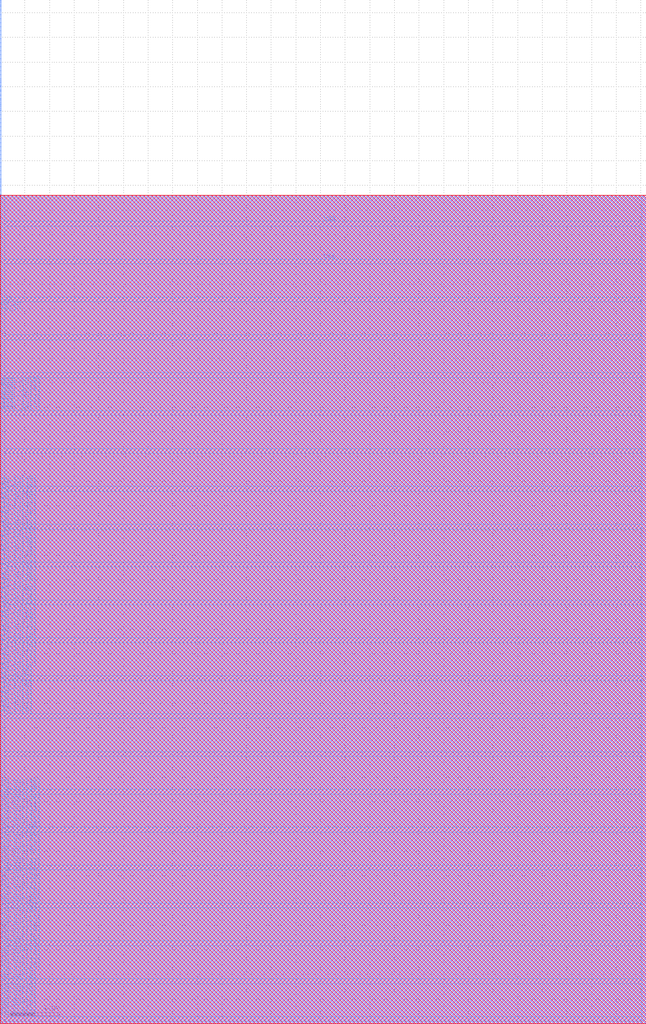
<source format=lef>
VERSION 5.7 ;
BUSBITCHARS "[]" ;
MACRO fakeram7_128x50
  FOREIGN fakeram7_128x50 0 0 ;
  SYMMETRY X Y R90 ;
  SIZE 13.110 BY 16.800 ;
  CLASS BLOCK ;
  PIN rd_out[0]
    DIRECTION OUTPUT ;
    USE SIGNAL ;
    SHAPE ABUTMENT ;
    PORT
      LAYER M4 ;
      RECT 0.000 0.096 0.024 0.120 ;
    END
  END rd_out[0]
  PIN rd_out[1]
    DIRECTION OUTPUT ;
    USE SIGNAL ;
    SHAPE ABUTMENT ;
    PORT
      LAYER M4 ;
      RECT 0.000 0.192 0.024 0.216 ;
    END
  END rd_out[1]
  PIN rd_out[2]
    DIRECTION OUTPUT ;
    USE SIGNAL ;
    SHAPE ABUTMENT ;
    PORT
      LAYER M4 ;
      RECT 0.000 0.288 0.024 0.312 ;
    END
  END rd_out[2]
  PIN rd_out[3]
    DIRECTION OUTPUT ;
    USE SIGNAL ;
    SHAPE ABUTMENT ;
    PORT
      LAYER M4 ;
      RECT 0.000 0.384 0.024 0.408 ;
    END
  END rd_out[3]
  PIN rd_out[4]
    DIRECTION OUTPUT ;
    USE SIGNAL ;
    SHAPE ABUTMENT ;
    PORT
      LAYER M4 ;
      RECT 0.000 0.480 0.024 0.504 ;
    END
  END rd_out[4]
  PIN rd_out[5]
    DIRECTION OUTPUT ;
    USE SIGNAL ;
    SHAPE ABUTMENT ;
    PORT
      LAYER M4 ;
      RECT 0.000 0.576 0.024 0.600 ;
    END
  END rd_out[5]
  PIN rd_out[6]
    DIRECTION OUTPUT ;
    USE SIGNAL ;
    SHAPE ABUTMENT ;
    PORT
      LAYER M4 ;
      RECT 0.000 0.672 0.024 0.696 ;
    END
  END rd_out[6]
  PIN rd_out[7]
    DIRECTION OUTPUT ;
    USE SIGNAL ;
    SHAPE ABUTMENT ;
    PORT
      LAYER M4 ;
      RECT 0.000 0.768 0.024 0.792 ;
    END
  END rd_out[7]
  PIN rd_out[8]
    DIRECTION OUTPUT ;
    USE SIGNAL ;
    SHAPE ABUTMENT ;
    PORT
      LAYER M4 ;
      RECT 0.000 0.864 0.024 0.888 ;
    END
  END rd_out[8]
  PIN rd_out[9]
    DIRECTION OUTPUT ;
    USE SIGNAL ;
    SHAPE ABUTMENT ;
    PORT
      LAYER M4 ;
      RECT 0.000 0.960 0.024 0.984 ;
    END
  END rd_out[9]
  PIN rd_out[10]
    DIRECTION OUTPUT ;
    USE SIGNAL ;
    SHAPE ABUTMENT ;
    PORT
      LAYER M4 ;
      RECT 0.000 1.056 0.024 1.080 ;
    END
  END rd_out[10]
  PIN rd_out[11]
    DIRECTION OUTPUT ;
    USE SIGNAL ;
    SHAPE ABUTMENT ;
    PORT
      LAYER M4 ;
      RECT 0.000 1.152 0.024 1.176 ;
    END
  END rd_out[11]
  PIN rd_out[12]
    DIRECTION OUTPUT ;
    USE SIGNAL ;
    SHAPE ABUTMENT ;
    PORT
      LAYER M4 ;
      RECT 0.000 1.248 0.024 1.272 ;
    END
  END rd_out[12]
  PIN rd_out[13]
    DIRECTION OUTPUT ;
    USE SIGNAL ;
    SHAPE ABUTMENT ;
    PORT
      LAYER M4 ;
      RECT 0.000 1.344 0.024 1.368 ;
    END
  END rd_out[13]
  PIN rd_out[14]
    DIRECTION OUTPUT ;
    USE SIGNAL ;
    SHAPE ABUTMENT ;
    PORT
      LAYER M4 ;
      RECT 0.000 1.440 0.024 1.464 ;
    END
  END rd_out[14]
  PIN rd_out[15]
    DIRECTION OUTPUT ;
    USE SIGNAL ;
    SHAPE ABUTMENT ;
    PORT
      LAYER M4 ;
      RECT 0.000 1.536 0.024 1.560 ;
    END
  END rd_out[15]
  PIN rd_out[16]
    DIRECTION OUTPUT ;
    USE SIGNAL ;
    SHAPE ABUTMENT ;
    PORT
      LAYER M4 ;
      RECT 0.000 1.632 0.024 1.656 ;
    END
  END rd_out[16]
  PIN rd_out[17]
    DIRECTION OUTPUT ;
    USE SIGNAL ;
    SHAPE ABUTMENT ;
    PORT
      LAYER M4 ;
      RECT 0.000 1.728 0.024 1.752 ;
    END
  END rd_out[17]
  PIN rd_out[18]
    DIRECTION OUTPUT ;
    USE SIGNAL ;
    SHAPE ABUTMENT ;
    PORT
      LAYER M4 ;
      RECT 0.000 1.824 0.024 1.848 ;
    END
  END rd_out[18]
  PIN rd_out[19]
    DIRECTION OUTPUT ;
    USE SIGNAL ;
    SHAPE ABUTMENT ;
    PORT
      LAYER M4 ;
      RECT 0.000 1.920 0.024 1.944 ;
    END
  END rd_out[19]
  PIN rd_out[20]
    DIRECTION OUTPUT ;
    USE SIGNAL ;
    SHAPE ABUTMENT ;
    PORT
      LAYER M4 ;
      RECT 0.000 2.016 0.024 2.040 ;
    END
  END rd_out[20]
  PIN rd_out[21]
    DIRECTION OUTPUT ;
    USE SIGNAL ;
    SHAPE ABUTMENT ;
    PORT
      LAYER M4 ;
      RECT 0.000 2.112 0.024 2.136 ;
    END
  END rd_out[21]
  PIN rd_out[22]
    DIRECTION OUTPUT ;
    USE SIGNAL ;
    SHAPE ABUTMENT ;
    PORT
      LAYER M4 ;
      RECT 0.000 2.208 0.024 2.232 ;
    END
  END rd_out[22]
  PIN rd_out[23]
    DIRECTION OUTPUT ;
    USE SIGNAL ;
    SHAPE ABUTMENT ;
    PORT
      LAYER M4 ;
      RECT 0.000 2.304 0.024 2.328 ;
    END
  END rd_out[23]
  PIN rd_out[24]
    DIRECTION OUTPUT ;
    USE SIGNAL ;
    SHAPE ABUTMENT ;
    PORT
      LAYER M4 ;
      RECT 0.000 2.400 0.024 2.424 ;
    END
  END rd_out[24]
  PIN rd_out[25]
    DIRECTION OUTPUT ;
    USE SIGNAL ;
    SHAPE ABUTMENT ;
    PORT
      LAYER M4 ;
      RECT 0.000 2.496 0.024 2.520 ;
    END
  END rd_out[25]
  PIN rd_out[26]
    DIRECTION OUTPUT ;
    USE SIGNAL ;
    SHAPE ABUTMENT ;
    PORT
      LAYER M4 ;
      RECT 0.000 2.592 0.024 2.616 ;
    END
  END rd_out[26]
  PIN rd_out[27]
    DIRECTION OUTPUT ;
    USE SIGNAL ;
    SHAPE ABUTMENT ;
    PORT
      LAYER M4 ;
      RECT 0.000 2.688 0.024 2.712 ;
    END
  END rd_out[27]
  PIN rd_out[28]
    DIRECTION OUTPUT ;
    USE SIGNAL ;
    SHAPE ABUTMENT ;
    PORT
      LAYER M4 ;
      RECT 0.000 2.784 0.024 2.808 ;
    END
  END rd_out[28]
  PIN rd_out[29]
    DIRECTION OUTPUT ;
    USE SIGNAL ;
    SHAPE ABUTMENT ;
    PORT
      LAYER M4 ;
      RECT 0.000 2.880 0.024 2.904 ;
    END
  END rd_out[29]
  PIN rd_out[30]
    DIRECTION OUTPUT ;
    USE SIGNAL ;
    SHAPE ABUTMENT ;
    PORT
      LAYER M4 ;
      RECT 0.000 2.976 0.024 3.000 ;
    END
  END rd_out[30]
  PIN rd_out[31]
    DIRECTION OUTPUT ;
    USE SIGNAL ;
    SHAPE ABUTMENT ;
    PORT
      LAYER M4 ;
      RECT 0.000 3.072 0.024 3.096 ;
    END
  END rd_out[31]
  PIN rd_out[32]
    DIRECTION OUTPUT ;
    USE SIGNAL ;
    SHAPE ABUTMENT ;
    PORT
      LAYER M4 ;
      RECT 0.000 3.168 0.024 3.192 ;
    END
  END rd_out[32]
  PIN rd_out[33]
    DIRECTION OUTPUT ;
    USE SIGNAL ;
    SHAPE ABUTMENT ;
    PORT
      LAYER M4 ;
      RECT 0.000 3.264 0.024 3.288 ;
    END
  END rd_out[33]
  PIN rd_out[34]
    DIRECTION OUTPUT ;
    USE SIGNAL ;
    SHAPE ABUTMENT ;
    PORT
      LAYER M4 ;
      RECT 0.000 3.360 0.024 3.384 ;
    END
  END rd_out[34]
  PIN rd_out[35]
    DIRECTION OUTPUT ;
    USE SIGNAL ;
    SHAPE ABUTMENT ;
    PORT
      LAYER M4 ;
      RECT 0.000 3.456 0.024 3.480 ;
    END
  END rd_out[35]
  PIN rd_out[36]
    DIRECTION OUTPUT ;
    USE SIGNAL ;
    SHAPE ABUTMENT ;
    PORT
      LAYER M4 ;
      RECT 0.000 3.552 0.024 3.576 ;
    END
  END rd_out[36]
  PIN rd_out[37]
    DIRECTION OUTPUT ;
    USE SIGNAL ;
    SHAPE ABUTMENT ;
    PORT
      LAYER M4 ;
      RECT 0.000 3.648 0.024 3.672 ;
    END
  END rd_out[37]
  PIN rd_out[38]
    DIRECTION OUTPUT ;
    USE SIGNAL ;
    SHAPE ABUTMENT ;
    PORT
      LAYER M4 ;
      RECT 0.000 3.744 0.024 3.768 ;
    END
  END rd_out[38]
  PIN rd_out[39]
    DIRECTION OUTPUT ;
    USE SIGNAL ;
    SHAPE ABUTMENT ;
    PORT
      LAYER M4 ;
      RECT 0.000 3.840 0.024 3.864 ;
    END
  END rd_out[39]
  PIN rd_out[40]
    DIRECTION OUTPUT ;
    USE SIGNAL ;
    SHAPE ABUTMENT ;
    PORT
      LAYER M4 ;
      RECT 0.000 3.936 0.024 3.960 ;
    END
  END rd_out[40]
  PIN rd_out[41]
    DIRECTION OUTPUT ;
    USE SIGNAL ;
    SHAPE ABUTMENT ;
    PORT
      LAYER M4 ;
      RECT 0.000 4.032 0.024 4.056 ;
    END
  END rd_out[41]
  PIN rd_out[42]
    DIRECTION OUTPUT ;
    USE SIGNAL ;
    SHAPE ABUTMENT ;
    PORT
      LAYER M4 ;
      RECT 0.000 4.128 0.024 4.152 ;
    END
  END rd_out[42]
  PIN rd_out[43]
    DIRECTION OUTPUT ;
    USE SIGNAL ;
    SHAPE ABUTMENT ;
    PORT
      LAYER M4 ;
      RECT 0.000 4.224 0.024 4.248 ;
    END
  END rd_out[43]
  PIN rd_out[44]
    DIRECTION OUTPUT ;
    USE SIGNAL ;
    SHAPE ABUTMENT ;
    PORT
      LAYER M4 ;
      RECT 0.000 4.320 0.024 4.344 ;
    END
  END rd_out[44]
  PIN rd_out[45]
    DIRECTION OUTPUT ;
    USE SIGNAL ;
    SHAPE ABUTMENT ;
    PORT
      LAYER M4 ;
      RECT 0.000 4.416 0.024 4.440 ;
    END
  END rd_out[45]
  PIN rd_out[46]
    DIRECTION OUTPUT ;
    USE SIGNAL ;
    SHAPE ABUTMENT ;
    PORT
      LAYER M4 ;
      RECT 0.000 4.512 0.024 4.536 ;
    END
  END rd_out[46]
  PIN rd_out[47]
    DIRECTION OUTPUT ;
    USE SIGNAL ;
    SHAPE ABUTMENT ;
    PORT
      LAYER M4 ;
      RECT 0.000 4.608 0.024 4.632 ;
    END
  END rd_out[47]
  PIN rd_out[48]
    DIRECTION OUTPUT ;
    USE SIGNAL ;
    SHAPE ABUTMENT ;
    PORT
      LAYER M4 ;
      RECT 0.000 4.704 0.024 4.728 ;
    END
  END rd_out[48]
  PIN rd_out[49]
    DIRECTION OUTPUT ;
    USE SIGNAL ;
    SHAPE ABUTMENT ;
    PORT
      LAYER M4 ;
      RECT 0.000 4.800 0.024 4.824 ;
    END
  END rd_out[49]
  PIN wd_in[0]
    DIRECTION INPUT ;
    USE SIGNAL ;
    SHAPE ABUTMENT ;
    PORT
      LAYER M4 ;
      RECT 0.000 6.240 0.024 6.264 ;
    END
  END wd_in[0]
  PIN wd_in[1]
    DIRECTION INPUT ;
    USE SIGNAL ;
    SHAPE ABUTMENT ;
    PORT
      LAYER M4 ;
      RECT 0.000 6.336 0.024 6.360 ;
    END
  END wd_in[1]
  PIN wd_in[2]
    DIRECTION INPUT ;
    USE SIGNAL ;
    SHAPE ABUTMENT ;
    PORT
      LAYER M4 ;
      RECT 0.000 6.432 0.024 6.456 ;
    END
  END wd_in[2]
  PIN wd_in[3]
    DIRECTION INPUT ;
    USE SIGNAL ;
    SHAPE ABUTMENT ;
    PORT
      LAYER M4 ;
      RECT 0.000 6.528 0.024 6.552 ;
    END
  END wd_in[3]
  PIN wd_in[4]
    DIRECTION INPUT ;
    USE SIGNAL ;
    SHAPE ABUTMENT ;
    PORT
      LAYER M4 ;
      RECT 0.000 6.624 0.024 6.648 ;
    END
  END wd_in[4]
  PIN wd_in[5]
    DIRECTION INPUT ;
    USE SIGNAL ;
    SHAPE ABUTMENT ;
    PORT
      LAYER M4 ;
      RECT 0.000 6.720 0.024 6.744 ;
    END
  END wd_in[5]
  PIN wd_in[6]
    DIRECTION INPUT ;
    USE SIGNAL ;
    SHAPE ABUTMENT ;
    PORT
      LAYER M4 ;
      RECT 0.000 6.816 0.024 6.840 ;
    END
  END wd_in[6]
  PIN wd_in[7]
    DIRECTION INPUT ;
    USE SIGNAL ;
    SHAPE ABUTMENT ;
    PORT
      LAYER M4 ;
      RECT 0.000 6.912 0.024 6.936 ;
    END
  END wd_in[7]
  PIN wd_in[8]
    DIRECTION INPUT ;
    USE SIGNAL ;
    SHAPE ABUTMENT ;
    PORT
      LAYER M4 ;
      RECT 0.000 7.008 0.024 7.032 ;
    END
  END wd_in[8]
  PIN wd_in[9]
    DIRECTION INPUT ;
    USE SIGNAL ;
    SHAPE ABUTMENT ;
    PORT
      LAYER M4 ;
      RECT 0.000 7.104 0.024 7.128 ;
    END
  END wd_in[9]
  PIN wd_in[10]
    DIRECTION INPUT ;
    USE SIGNAL ;
    SHAPE ABUTMENT ;
    PORT
      LAYER M4 ;
      RECT 0.000 7.200 0.024 7.224 ;
    END
  END wd_in[10]
  PIN wd_in[11]
    DIRECTION INPUT ;
    USE SIGNAL ;
    SHAPE ABUTMENT ;
    PORT
      LAYER M4 ;
      RECT 0.000 7.296 0.024 7.320 ;
    END
  END wd_in[11]
  PIN wd_in[12]
    DIRECTION INPUT ;
    USE SIGNAL ;
    SHAPE ABUTMENT ;
    PORT
      LAYER M4 ;
      RECT 0.000 7.392 0.024 7.416 ;
    END
  END wd_in[12]
  PIN wd_in[13]
    DIRECTION INPUT ;
    USE SIGNAL ;
    SHAPE ABUTMENT ;
    PORT
      LAYER M4 ;
      RECT 0.000 7.488 0.024 7.512 ;
    END
  END wd_in[13]
  PIN wd_in[14]
    DIRECTION INPUT ;
    USE SIGNAL ;
    SHAPE ABUTMENT ;
    PORT
      LAYER M4 ;
      RECT 0.000 7.584 0.024 7.608 ;
    END
  END wd_in[14]
  PIN wd_in[15]
    DIRECTION INPUT ;
    USE SIGNAL ;
    SHAPE ABUTMENT ;
    PORT
      LAYER M4 ;
      RECT 0.000 7.680 0.024 7.704 ;
    END
  END wd_in[15]
  PIN wd_in[16]
    DIRECTION INPUT ;
    USE SIGNAL ;
    SHAPE ABUTMENT ;
    PORT
      LAYER M4 ;
      RECT 0.000 7.776 0.024 7.800 ;
    END
  END wd_in[16]
  PIN wd_in[17]
    DIRECTION INPUT ;
    USE SIGNAL ;
    SHAPE ABUTMENT ;
    PORT
      LAYER M4 ;
      RECT 0.000 7.872 0.024 7.896 ;
    END
  END wd_in[17]
  PIN wd_in[18]
    DIRECTION INPUT ;
    USE SIGNAL ;
    SHAPE ABUTMENT ;
    PORT
      LAYER M4 ;
      RECT 0.000 7.968 0.024 7.992 ;
    END
  END wd_in[18]
  PIN wd_in[19]
    DIRECTION INPUT ;
    USE SIGNAL ;
    SHAPE ABUTMENT ;
    PORT
      LAYER M4 ;
      RECT 0.000 8.064 0.024 8.088 ;
    END
  END wd_in[19]
  PIN wd_in[20]
    DIRECTION INPUT ;
    USE SIGNAL ;
    SHAPE ABUTMENT ;
    PORT
      LAYER M4 ;
      RECT 0.000 8.160 0.024 8.184 ;
    END
  END wd_in[20]
  PIN wd_in[21]
    DIRECTION INPUT ;
    USE SIGNAL ;
    SHAPE ABUTMENT ;
    PORT
      LAYER M4 ;
      RECT 0.000 8.256 0.024 8.280 ;
    END
  END wd_in[21]
  PIN wd_in[22]
    DIRECTION INPUT ;
    USE SIGNAL ;
    SHAPE ABUTMENT ;
    PORT
      LAYER M4 ;
      RECT 0.000 8.352 0.024 8.376 ;
    END
  END wd_in[22]
  PIN wd_in[23]
    DIRECTION INPUT ;
    USE SIGNAL ;
    SHAPE ABUTMENT ;
    PORT
      LAYER M4 ;
      RECT 0.000 8.448 0.024 8.472 ;
    END
  END wd_in[23]
  PIN wd_in[24]
    DIRECTION INPUT ;
    USE SIGNAL ;
    SHAPE ABUTMENT ;
    PORT
      LAYER M4 ;
      RECT 0.000 8.544 0.024 8.568 ;
    END
  END wd_in[24]
  PIN wd_in[25]
    DIRECTION INPUT ;
    USE SIGNAL ;
    SHAPE ABUTMENT ;
    PORT
      LAYER M4 ;
      RECT 0.000 8.640 0.024 8.664 ;
    END
  END wd_in[25]
  PIN wd_in[26]
    DIRECTION INPUT ;
    USE SIGNAL ;
    SHAPE ABUTMENT ;
    PORT
      LAYER M4 ;
      RECT 0.000 8.736 0.024 8.760 ;
    END
  END wd_in[26]
  PIN wd_in[27]
    DIRECTION INPUT ;
    USE SIGNAL ;
    SHAPE ABUTMENT ;
    PORT
      LAYER M4 ;
      RECT 0.000 8.832 0.024 8.856 ;
    END
  END wd_in[27]
  PIN wd_in[28]
    DIRECTION INPUT ;
    USE SIGNAL ;
    SHAPE ABUTMENT ;
    PORT
      LAYER M4 ;
      RECT 0.000 8.928 0.024 8.952 ;
    END
  END wd_in[28]
  PIN wd_in[29]
    DIRECTION INPUT ;
    USE SIGNAL ;
    SHAPE ABUTMENT ;
    PORT
      LAYER M4 ;
      RECT 0.000 9.024 0.024 9.048 ;
    END
  END wd_in[29]
  PIN wd_in[30]
    DIRECTION INPUT ;
    USE SIGNAL ;
    SHAPE ABUTMENT ;
    PORT
      LAYER M4 ;
      RECT 0.000 9.120 0.024 9.144 ;
    END
  END wd_in[30]
  PIN wd_in[31]
    DIRECTION INPUT ;
    USE SIGNAL ;
    SHAPE ABUTMENT ;
    PORT
      LAYER M4 ;
      RECT 0.000 9.216 0.024 9.240 ;
    END
  END wd_in[31]
  PIN wd_in[32]
    DIRECTION INPUT ;
    USE SIGNAL ;
    SHAPE ABUTMENT ;
    PORT
      LAYER M4 ;
      RECT 0.000 9.312 0.024 9.336 ;
    END
  END wd_in[32]
  PIN wd_in[33]
    DIRECTION INPUT ;
    USE SIGNAL ;
    SHAPE ABUTMENT ;
    PORT
      LAYER M4 ;
      RECT 0.000 9.408 0.024 9.432 ;
    END
  END wd_in[33]
  PIN wd_in[34]
    DIRECTION INPUT ;
    USE SIGNAL ;
    SHAPE ABUTMENT ;
    PORT
      LAYER M4 ;
      RECT 0.000 9.504 0.024 9.528 ;
    END
  END wd_in[34]
  PIN wd_in[35]
    DIRECTION INPUT ;
    USE SIGNAL ;
    SHAPE ABUTMENT ;
    PORT
      LAYER M4 ;
      RECT 0.000 9.600 0.024 9.624 ;
    END
  END wd_in[35]
  PIN wd_in[36]
    DIRECTION INPUT ;
    USE SIGNAL ;
    SHAPE ABUTMENT ;
    PORT
      LAYER M4 ;
      RECT 0.000 9.696 0.024 9.720 ;
    END
  END wd_in[36]
  PIN wd_in[37]
    DIRECTION INPUT ;
    USE SIGNAL ;
    SHAPE ABUTMENT ;
    PORT
      LAYER M4 ;
      RECT 0.000 9.792 0.024 9.816 ;
    END
  END wd_in[37]
  PIN wd_in[38]
    DIRECTION INPUT ;
    USE SIGNAL ;
    SHAPE ABUTMENT ;
    PORT
      LAYER M4 ;
      RECT 0.000 9.888 0.024 9.912 ;
    END
  END wd_in[38]
  PIN wd_in[39]
    DIRECTION INPUT ;
    USE SIGNAL ;
    SHAPE ABUTMENT ;
    PORT
      LAYER M4 ;
      RECT 0.000 9.984 0.024 10.008 ;
    END
  END wd_in[39]
  PIN wd_in[40]
    DIRECTION INPUT ;
    USE SIGNAL ;
    SHAPE ABUTMENT ;
    PORT
      LAYER M4 ;
      RECT 0.000 10.080 0.024 10.104 ;
    END
  END wd_in[40]
  PIN wd_in[41]
    DIRECTION INPUT ;
    USE SIGNAL ;
    SHAPE ABUTMENT ;
    PORT
      LAYER M4 ;
      RECT 0.000 10.176 0.024 10.200 ;
    END
  END wd_in[41]
  PIN wd_in[42]
    DIRECTION INPUT ;
    USE SIGNAL ;
    SHAPE ABUTMENT ;
    PORT
      LAYER M4 ;
      RECT 0.000 10.272 0.024 10.296 ;
    END
  END wd_in[42]
  PIN wd_in[43]
    DIRECTION INPUT ;
    USE SIGNAL ;
    SHAPE ABUTMENT ;
    PORT
      LAYER M4 ;
      RECT 0.000 10.368 0.024 10.392 ;
    END
  END wd_in[43]
  PIN wd_in[44]
    DIRECTION INPUT ;
    USE SIGNAL ;
    SHAPE ABUTMENT ;
    PORT
      LAYER M4 ;
      RECT 0.000 10.464 0.024 10.488 ;
    END
  END wd_in[44]
  PIN wd_in[45]
    DIRECTION INPUT ;
    USE SIGNAL ;
    SHAPE ABUTMENT ;
    PORT
      LAYER M4 ;
      RECT 0.000 10.560 0.024 10.584 ;
    END
  END wd_in[45]
  PIN wd_in[46]
    DIRECTION INPUT ;
    USE SIGNAL ;
    SHAPE ABUTMENT ;
    PORT
      LAYER M4 ;
      RECT 0.000 10.656 0.024 10.680 ;
    END
  END wd_in[46]
  PIN wd_in[47]
    DIRECTION INPUT ;
    USE SIGNAL ;
    SHAPE ABUTMENT ;
    PORT
      LAYER M4 ;
      RECT 0.000 10.752 0.024 10.776 ;
    END
  END wd_in[47]
  PIN wd_in[48]
    DIRECTION INPUT ;
    USE SIGNAL ;
    SHAPE ABUTMENT ;
    PORT
      LAYER M4 ;
      RECT 0.000 10.848 0.024 10.872 ;
    END
  END wd_in[48]
  PIN wd_in[49]
    DIRECTION INPUT ;
    USE SIGNAL ;
    SHAPE ABUTMENT ;
    PORT
      LAYER M4 ;
      RECT 0.000 10.944 0.024 10.968 ;
    END
  END wd_in[49]
  PIN addr_in[0]
    DIRECTION INPUT ;
    USE SIGNAL ;
    SHAPE ABUTMENT ;
    PORT
      LAYER M4 ;
      RECT 0.000 12.384 0.024 12.408 ;
    END
  END addr_in[0]
  PIN addr_in[1]
    DIRECTION INPUT ;
    USE SIGNAL ;
    SHAPE ABUTMENT ;
    PORT
      LAYER M4 ;
      RECT 0.000 12.480 0.024 12.504 ;
    END
  END addr_in[1]
  PIN addr_in[2]
    DIRECTION INPUT ;
    USE SIGNAL ;
    SHAPE ABUTMENT ;
    PORT
      LAYER M4 ;
      RECT 0.000 12.576 0.024 12.600 ;
    END
  END addr_in[2]
  PIN addr_in[3]
    DIRECTION INPUT ;
    USE SIGNAL ;
    SHAPE ABUTMENT ;
    PORT
      LAYER M4 ;
      RECT 0.000 12.672 0.024 12.696 ;
    END
  END addr_in[3]
  PIN addr_in[4]
    DIRECTION INPUT ;
    USE SIGNAL ;
    SHAPE ABUTMENT ;
    PORT
      LAYER M4 ;
      RECT 0.000 12.768 0.024 12.792 ;
    END
  END addr_in[4]
  PIN addr_in[5]
    DIRECTION INPUT ;
    USE SIGNAL ;
    SHAPE ABUTMENT ;
    PORT
      LAYER M4 ;
      RECT 0.000 12.864 0.024 12.888 ;
    END
  END addr_in[5]
  PIN addr_in[6]
    DIRECTION INPUT ;
    USE SIGNAL ;
    SHAPE ABUTMENT ;
    PORT
      LAYER M4 ;
      RECT 0.000 12.960 0.024 12.984 ;
    END
  END addr_in[6]
  PIN we_in
    DIRECTION INPUT ;
    USE SIGNAL ;
    SHAPE ABUTMENT ;
    PORT
      LAYER M4 ;
      RECT 0.000 14.400 0.024 14.424 ;
    END
  END we_in
  PIN ce_in
    DIRECTION INPUT ;
    USE SIGNAL ;
    SHAPE ABUTMENT ;
    PORT
      LAYER M4 ;
      RECT 0.000 14.496 0.024 14.520 ;
    END
  END ce_in
  PIN clk
    DIRECTION INPUT ;
    USE CLOCK ;
    SHAPE ABUTMENT ;
    PORT
      LAYER M4 ;
      RECT 0.000 14.592 0.024 14.616 ;
    END
  END clk
  PIN VSS
    DIRECTION INOUT ;
    USE GROUND ;
    PORT
      LAYER M4 ;
      RECT 0.096 0.048 13.014 0.144 ;
      RECT 0.096 1.584 13.014 1.680 ;
      RECT 0.096 3.120 13.014 3.216 ;
      RECT 0.096 4.656 13.014 4.752 ;
      RECT 0.096 6.192 13.014 6.288 ;
      RECT 0.096 7.728 13.014 7.824 ;
      RECT 0.096 9.264 13.014 9.360 ;
      RECT 0.096 10.800 13.014 10.896 ;
      RECT 0.096 12.336 13.014 12.432 ;
      RECT 0.096 13.872 13.014 13.968 ;
      RECT 0.096 15.408 13.014 15.504 ;
    END
  END VSS
  PIN VDD
    DIRECTION INOUT ;
    USE POWER ;
    PORT
      LAYER M4 ;
      RECT 0.096 0.816 13.014 0.912 ;
      RECT 0.096 2.352 13.014 2.448 ;
      RECT 0.096 3.888 13.014 3.984 ;
      RECT 0.096 5.424 13.014 5.520 ;
      RECT 0.096 6.960 13.014 7.056 ;
      RECT 0.096 8.496 13.014 8.592 ;
      RECT 0.096 10.032 13.014 10.128 ;
      RECT 0.096 11.568 13.014 11.664 ;
      RECT 0.096 13.104 13.014 13.200 ;
      RECT 0.096 14.640 13.014 14.736 ;
      RECT 0.096 16.176 13.014 16.272 ;
    END
  END VDD
  OBS
    LAYER M1 ;
    RECT 0 0 13.110 16.800 ;
    LAYER M2 ;
    RECT 0 0 13.110 16.800 ;
    LAYER M3 ;
    RECT 0 0 13.110 16.800 ;
    LAYER M4 ;
    RECT 0.024 0 0.096 16.800 ;
    RECT 13.014 0 13.110 16.800 ;
    RECT 0.096 0.000 13.014 0.048 ;
    RECT 0.096 0.144 13.014 0.816 ;
    RECT 0.096 0.912 13.014 1.584 ;
    RECT 0.096 1.680 13.014 2.352 ;
    RECT 0.096 2.448 13.014 3.120 ;
    RECT 0.096 3.216 13.014 3.888 ;
    RECT 0.096 3.984 13.014 4.656 ;
    RECT 0.096 4.752 13.014 5.424 ;
    RECT 0.096 5.520 13.014 6.192 ;
    RECT 0.096 6.288 13.014 6.960 ;
    RECT 0.096 7.056 13.014 7.728 ;
    RECT 0.096 7.824 13.014 8.496 ;
    RECT 0.096 8.592 13.014 9.264 ;
    RECT 0.096 9.360 13.014 10.032 ;
    RECT 0.096 10.128 13.014 10.800 ;
    RECT 0.096 10.896 13.014 11.568 ;
    RECT 0.096 11.664 13.014 12.336 ;
    RECT 0.096 12.432 13.014 13.104 ;
    RECT 0.096 13.200 13.014 13.872 ;
    RECT 0.096 13.968 13.014 14.640 ;
    RECT 0.096 14.736 13.014 15.408 ;
    RECT 0.096 15.504 13.014 16.176 ;
    RECT 0.096 16.272 13.014 16.800 ;
    RECT 0 0.000 0.024 0.096 ;
    RECT 0 0.120 0.024 0.192 ;
    RECT 0 0.216 0.024 0.288 ;
    RECT 0 0.312 0.024 0.384 ;
    RECT 0 0.408 0.024 0.480 ;
    RECT 0 0.504 0.024 0.576 ;
    RECT 0 0.600 0.024 0.672 ;
    RECT 0 0.696 0.024 0.768 ;
    RECT 0 0.792 0.024 0.864 ;
    RECT 0 0.888 0.024 0.960 ;
    RECT 0 0.984 0.024 1.056 ;
    RECT 0 1.080 0.024 1.152 ;
    RECT 0 1.176 0.024 1.248 ;
    RECT 0 1.272 0.024 1.344 ;
    RECT 0 1.368 0.024 1.440 ;
    RECT 0 1.464 0.024 1.536 ;
    RECT 0 1.560 0.024 1.632 ;
    RECT 0 1.656 0.024 1.728 ;
    RECT 0 1.752 0.024 1.824 ;
    RECT 0 1.848 0.024 1.920 ;
    RECT 0 1.944 0.024 2.016 ;
    RECT 0 2.040 0.024 2.112 ;
    RECT 0 2.136 0.024 2.208 ;
    RECT 0 2.232 0.024 2.304 ;
    RECT 0 2.328 0.024 2.400 ;
    RECT 0 2.424 0.024 2.496 ;
    RECT 0 2.520 0.024 2.592 ;
    RECT 0 2.616 0.024 2.688 ;
    RECT 0 2.712 0.024 2.784 ;
    RECT 0 2.808 0.024 2.880 ;
    RECT 0 2.904 0.024 2.976 ;
    RECT 0 3.000 0.024 3.072 ;
    RECT 0 3.096 0.024 3.168 ;
    RECT 0 3.192 0.024 3.264 ;
    RECT 0 3.288 0.024 3.360 ;
    RECT 0 3.384 0.024 3.456 ;
    RECT 0 3.480 0.024 3.552 ;
    RECT 0 3.576 0.024 3.648 ;
    RECT 0 3.672 0.024 3.744 ;
    RECT 0 3.768 0.024 3.840 ;
    RECT 0 3.864 0.024 3.936 ;
    RECT 0 3.960 0.024 4.032 ;
    RECT 0 4.056 0.024 4.128 ;
    RECT 0 4.152 0.024 4.224 ;
    RECT 0 4.248 0.024 4.320 ;
    RECT 0 4.344 0.024 4.416 ;
    RECT 0 4.440 0.024 4.512 ;
    RECT 0 4.536 0.024 4.608 ;
    RECT 0 4.632 0.024 4.704 ;
    RECT 0 4.728 0.024 4.800 ;
    RECT 0 4.824 0.024 6.240 ;
    RECT 0 6.264 0.024 6.336 ;
    RECT 0 6.360 0.024 6.432 ;
    RECT 0 6.456 0.024 6.528 ;
    RECT 0 6.552 0.024 6.624 ;
    RECT 0 6.648 0.024 6.720 ;
    RECT 0 6.744 0.024 6.816 ;
    RECT 0 6.840 0.024 6.912 ;
    RECT 0 6.936 0.024 7.008 ;
    RECT 0 7.032 0.024 7.104 ;
    RECT 0 7.128 0.024 7.200 ;
    RECT 0 7.224 0.024 7.296 ;
    RECT 0 7.320 0.024 7.392 ;
    RECT 0 7.416 0.024 7.488 ;
    RECT 0 7.512 0.024 7.584 ;
    RECT 0 7.608 0.024 7.680 ;
    RECT 0 7.704 0.024 7.776 ;
    RECT 0 7.800 0.024 7.872 ;
    RECT 0 7.896 0.024 7.968 ;
    RECT 0 7.992 0.024 8.064 ;
    RECT 0 8.088 0.024 8.160 ;
    RECT 0 8.184 0.024 8.256 ;
    RECT 0 8.280 0.024 8.352 ;
    RECT 0 8.376 0.024 8.448 ;
    RECT 0 8.472 0.024 8.544 ;
    RECT 0 8.568 0.024 8.640 ;
    RECT 0 8.664 0.024 8.736 ;
    RECT 0 8.760 0.024 8.832 ;
    RECT 0 8.856 0.024 8.928 ;
    RECT 0 8.952 0.024 9.024 ;
    RECT 0 9.048 0.024 9.120 ;
    RECT 0 9.144 0.024 9.216 ;
    RECT 0 9.240 0.024 9.312 ;
    RECT 0 9.336 0.024 9.408 ;
    RECT 0 9.432 0.024 9.504 ;
    RECT 0 9.528 0.024 9.600 ;
    RECT 0 9.624 0.024 9.696 ;
    RECT 0 9.720 0.024 9.792 ;
    RECT 0 9.816 0.024 9.888 ;
    RECT 0 9.912 0.024 9.984 ;
    RECT 0 10.008 0.024 10.080 ;
    RECT 0 10.104 0.024 10.176 ;
    RECT 0 10.200 0.024 10.272 ;
    RECT 0 10.296 0.024 10.368 ;
    RECT 0 10.392 0.024 10.464 ;
    RECT 0 10.488 0.024 10.560 ;
    RECT 0 10.584 0.024 10.656 ;
    RECT 0 10.680 0.024 10.752 ;
    RECT 0 10.776 0.024 10.848 ;
    RECT 0 10.872 0.024 10.944 ;
    RECT 0 10.968 0.024 12.384 ;
    RECT 0 12.408 0.024 12.480 ;
    RECT 0 12.504 0.024 12.576 ;
    RECT 0 12.600 0.024 12.672 ;
    RECT 0 12.696 0.024 12.768 ;
    RECT 0 12.792 0.024 12.864 ;
    RECT 0 12.888 0.024 12.960 ;
    RECT 0 12.984 0.024 13.056 ;
    RECT 0 13.080 0.024 13.152 ;
    RECT 0 13.176 0.024 13.248 ;
    RECT 0 13.272 0.024 13.344 ;
    RECT 0 13.368 0.024 13.440 ;
    RECT 0 13.464 0.024 13.536 ;
    RECT 0 13.560 0.024 13.632 ;
    RECT 0 13.656 0.024 13.728 ;
    RECT 0 13.752 0.024 13.824 ;
    RECT 0 13.848 0.024 13.920 ;
    RECT 0 13.944 0.024 14.016 ;
    RECT 0 14.040 0.024 14.112 ;
    RECT 0 14.136 0.024 14.208 ;
    RECT 0 14.232 0.024 14.304 ;
    RECT 0 14.328 0.024 14.400 ;
    RECT 0 14.424 0.024 14.496 ;
    RECT 0 14.520 0.024 14.592 ;
    RECT 0 14.616 0.024 14.688 ;
    RECT 0 14.712 0.024 14.784 ;
    RECT 0 14.808 0.024 14.880 ;
    RECT 0 14.904 0.024 14.976 ;
    RECT 0 15.000 0.024 15.072 ;
    RECT 0 15.096 0.024 15.168 ;
    RECT 0 15.192 0.024 15.264 ;
    RECT 0 15.288 0.024 15.360 ;
    RECT 0 15.384 0.024 15.456 ;
    RECT 0 15.480 0.024 15.552 ;
    RECT 0 15.576 0.024 15.648 ;
    RECT 0 15.672 0.024 15.744 ;
    RECT 0 15.768 0.024 15.840 ;
    RECT 0 15.864 0.024 15.936 ;
    RECT 0 15.960 0.024 16.032 ;
    RECT 0 16.056 0.024 16.128 ;
    RECT 0 16.152 0.024 16.224 ;
    RECT 0 16.248 0.024 16.320 ;
    RECT 0 16.344 0.024 16.416 ;
    RECT 0 16.440 0.024 16.512 ;
    RECT 0 16.536 0.024 16.608 ;
    RECT 0 16.632 0.024 16.704 ;
    RECT 0 16.728 0.024 16.800 ;
    RECT 0 16.824 0.024 16.896 ;
    RECT 0 16.920 0.024 16.992 ;
    RECT 0 17.016 0.024 17.088 ;
    RECT 0 17.112 0.024 18.528 ;
    RECT 0 18.552 0.024 18.624 ;
    RECT 0 18.648 0.024 18.720 ;
    RECT 0 18.744 0.024 18.816 ;
    RECT 0 18.840 0.024 18.912 ;
    RECT 0 18.936 0.024 19.008 ;
    RECT 0 19.032 0.024 19.104 ;
    RECT 0 19.128 0.024 20.544 ;
    RECT 0 20.568 0.024 20.640 ;
    RECT 0 20.664 0.024 20.736 ;
    RECT 0 20.760 0.024 16.800 ;
    LAYER OVERLAP ;
    RECT 0 0 13.110 16.800 ;
  END
END fakeram7_128x50

END LIBRARY

</source>
